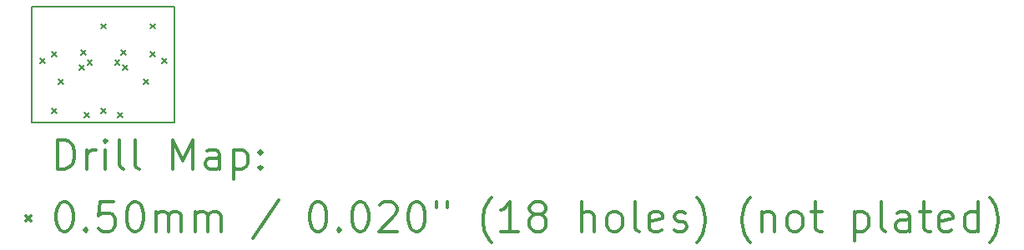
<source format=gbr>
%FSLAX45Y45*%
G04 Gerber Fmt 4.5, Leading zero omitted, Abs format (unit mm)*
G04 Created by KiCad (PCBNEW 4.0.7) date Tuesday, July 31, 2018 'AMt' 11:32:45 AM*
%MOMM*%
%LPD*%
G01*
G04 APERTURE LIST*
%ADD10C,0.127000*%
%ADD11C,0.150000*%
%ADD12C,0.200000*%
%ADD13C,0.300000*%
G04 APERTURE END LIST*
D10*
D11*
X17120000Y-8700000D02*
X15670000Y-8700000D01*
X15670000Y-7520000D02*
X17120000Y-7520000D01*
X15670000Y-8700000D02*
X15670000Y-7520000D01*
X17120000Y-7520000D02*
X17120000Y-8700000D01*
D12*
X15755000Y-8045000D02*
X15805000Y-8095000D01*
X15805000Y-8045000D02*
X15755000Y-8095000D01*
X15875000Y-7975000D02*
X15925000Y-8025000D01*
X15925000Y-7975000D02*
X15875000Y-8025000D01*
X15875000Y-8555000D02*
X15925000Y-8605000D01*
X15925000Y-8555000D02*
X15875000Y-8605000D01*
X15945000Y-8255000D02*
X15995000Y-8305000D01*
X15995000Y-8255000D02*
X15945000Y-8305000D01*
X16155000Y-8115000D02*
X16205000Y-8165000D01*
X16205000Y-8115000D02*
X16155000Y-8165000D01*
X16175000Y-7965000D02*
X16225000Y-8015000D01*
X16225000Y-7965000D02*
X16175000Y-8015000D01*
X16205000Y-8595000D02*
X16255000Y-8645000D01*
X16255000Y-8595000D02*
X16205000Y-8645000D01*
X16235000Y-8065000D02*
X16285000Y-8115000D01*
X16285000Y-8065000D02*
X16235000Y-8115000D01*
X16375000Y-7695000D02*
X16425000Y-7745000D01*
X16425000Y-7695000D02*
X16375000Y-7745000D01*
X16375000Y-8555000D02*
X16425000Y-8605000D01*
X16425000Y-8555000D02*
X16375000Y-8605000D01*
X16515000Y-8065000D02*
X16565000Y-8115000D01*
X16565000Y-8065000D02*
X16515000Y-8115000D01*
X16545000Y-8595000D02*
X16595000Y-8645000D01*
X16595000Y-8595000D02*
X16545000Y-8645000D01*
X16575000Y-7965000D02*
X16625000Y-8015000D01*
X16625000Y-7965000D02*
X16575000Y-8015000D01*
X16595000Y-8115000D02*
X16645000Y-8165000D01*
X16645000Y-8115000D02*
X16595000Y-8165000D01*
X16805000Y-8255000D02*
X16855000Y-8305000D01*
X16855000Y-8255000D02*
X16805000Y-8305000D01*
X16875000Y-7695000D02*
X16925000Y-7745000D01*
X16925000Y-7695000D02*
X16875000Y-7745000D01*
X16875000Y-7975000D02*
X16925000Y-8025000D01*
X16925000Y-7975000D02*
X16875000Y-8025000D01*
X16995000Y-8045000D02*
X17045000Y-8095000D01*
X17045000Y-8045000D02*
X16995000Y-8095000D01*
D13*
X15933928Y-9173214D02*
X15933928Y-8873214D01*
X16005357Y-8873214D01*
X16048214Y-8887500D01*
X16076786Y-8916072D01*
X16091071Y-8944643D01*
X16105357Y-9001786D01*
X16105357Y-9044643D01*
X16091071Y-9101786D01*
X16076786Y-9130357D01*
X16048214Y-9158929D01*
X16005357Y-9173214D01*
X15933928Y-9173214D01*
X16233928Y-9173214D02*
X16233928Y-8973214D01*
X16233928Y-9030357D02*
X16248214Y-9001786D01*
X16262500Y-8987500D01*
X16291071Y-8973214D01*
X16319643Y-8973214D01*
X16419643Y-9173214D02*
X16419643Y-8973214D01*
X16419643Y-8873214D02*
X16405357Y-8887500D01*
X16419643Y-8901786D01*
X16433928Y-8887500D01*
X16419643Y-8873214D01*
X16419643Y-8901786D01*
X16605357Y-9173214D02*
X16576786Y-9158929D01*
X16562500Y-9130357D01*
X16562500Y-8873214D01*
X16762500Y-9173214D02*
X16733928Y-9158929D01*
X16719643Y-9130357D01*
X16719643Y-8873214D01*
X17105357Y-9173214D02*
X17105357Y-8873214D01*
X17205357Y-9087500D01*
X17305357Y-8873214D01*
X17305357Y-9173214D01*
X17576786Y-9173214D02*
X17576786Y-9016072D01*
X17562500Y-8987500D01*
X17533929Y-8973214D01*
X17476786Y-8973214D01*
X17448214Y-8987500D01*
X17576786Y-9158929D02*
X17548214Y-9173214D01*
X17476786Y-9173214D01*
X17448214Y-9158929D01*
X17433929Y-9130357D01*
X17433929Y-9101786D01*
X17448214Y-9073214D01*
X17476786Y-9058929D01*
X17548214Y-9058929D01*
X17576786Y-9044643D01*
X17719643Y-8973214D02*
X17719643Y-9273214D01*
X17719643Y-8987500D02*
X17748214Y-8973214D01*
X17805357Y-8973214D01*
X17833929Y-8987500D01*
X17848214Y-9001786D01*
X17862500Y-9030357D01*
X17862500Y-9116072D01*
X17848214Y-9144643D01*
X17833929Y-9158929D01*
X17805357Y-9173214D01*
X17748214Y-9173214D01*
X17719643Y-9158929D01*
X17991071Y-9144643D02*
X18005357Y-9158929D01*
X17991071Y-9173214D01*
X17976786Y-9158929D01*
X17991071Y-9144643D01*
X17991071Y-9173214D01*
X17991071Y-8987500D02*
X18005357Y-9001786D01*
X17991071Y-9016072D01*
X17976786Y-9001786D01*
X17991071Y-8987500D01*
X17991071Y-9016072D01*
X15612500Y-9642500D02*
X15662500Y-9692500D01*
X15662500Y-9642500D02*
X15612500Y-9692500D01*
X15991071Y-9503214D02*
X16019643Y-9503214D01*
X16048214Y-9517500D01*
X16062500Y-9531786D01*
X16076786Y-9560357D01*
X16091071Y-9617500D01*
X16091071Y-9688929D01*
X16076786Y-9746072D01*
X16062500Y-9774643D01*
X16048214Y-9788929D01*
X16019643Y-9803214D01*
X15991071Y-9803214D01*
X15962500Y-9788929D01*
X15948214Y-9774643D01*
X15933928Y-9746072D01*
X15919643Y-9688929D01*
X15919643Y-9617500D01*
X15933928Y-9560357D01*
X15948214Y-9531786D01*
X15962500Y-9517500D01*
X15991071Y-9503214D01*
X16219643Y-9774643D02*
X16233928Y-9788929D01*
X16219643Y-9803214D01*
X16205357Y-9788929D01*
X16219643Y-9774643D01*
X16219643Y-9803214D01*
X16505357Y-9503214D02*
X16362500Y-9503214D01*
X16348214Y-9646072D01*
X16362500Y-9631786D01*
X16391071Y-9617500D01*
X16462500Y-9617500D01*
X16491071Y-9631786D01*
X16505357Y-9646072D01*
X16519643Y-9674643D01*
X16519643Y-9746072D01*
X16505357Y-9774643D01*
X16491071Y-9788929D01*
X16462500Y-9803214D01*
X16391071Y-9803214D01*
X16362500Y-9788929D01*
X16348214Y-9774643D01*
X16705357Y-9503214D02*
X16733928Y-9503214D01*
X16762500Y-9517500D01*
X16776786Y-9531786D01*
X16791071Y-9560357D01*
X16805357Y-9617500D01*
X16805357Y-9688929D01*
X16791071Y-9746072D01*
X16776786Y-9774643D01*
X16762500Y-9788929D01*
X16733928Y-9803214D01*
X16705357Y-9803214D01*
X16676786Y-9788929D01*
X16662500Y-9774643D01*
X16648214Y-9746072D01*
X16633928Y-9688929D01*
X16633928Y-9617500D01*
X16648214Y-9560357D01*
X16662500Y-9531786D01*
X16676786Y-9517500D01*
X16705357Y-9503214D01*
X16933929Y-9803214D02*
X16933929Y-9603214D01*
X16933929Y-9631786D02*
X16948214Y-9617500D01*
X16976786Y-9603214D01*
X17019643Y-9603214D01*
X17048214Y-9617500D01*
X17062500Y-9646072D01*
X17062500Y-9803214D01*
X17062500Y-9646072D02*
X17076786Y-9617500D01*
X17105357Y-9603214D01*
X17148214Y-9603214D01*
X17176786Y-9617500D01*
X17191071Y-9646072D01*
X17191071Y-9803214D01*
X17333929Y-9803214D02*
X17333929Y-9603214D01*
X17333929Y-9631786D02*
X17348214Y-9617500D01*
X17376786Y-9603214D01*
X17419643Y-9603214D01*
X17448214Y-9617500D01*
X17462500Y-9646072D01*
X17462500Y-9803214D01*
X17462500Y-9646072D02*
X17476786Y-9617500D01*
X17505357Y-9603214D01*
X17548214Y-9603214D01*
X17576786Y-9617500D01*
X17591071Y-9646072D01*
X17591071Y-9803214D01*
X18176786Y-9488929D02*
X17919643Y-9874643D01*
X18562500Y-9503214D02*
X18591071Y-9503214D01*
X18619643Y-9517500D01*
X18633928Y-9531786D01*
X18648214Y-9560357D01*
X18662500Y-9617500D01*
X18662500Y-9688929D01*
X18648214Y-9746072D01*
X18633928Y-9774643D01*
X18619643Y-9788929D01*
X18591071Y-9803214D01*
X18562500Y-9803214D01*
X18533928Y-9788929D01*
X18519643Y-9774643D01*
X18505357Y-9746072D01*
X18491071Y-9688929D01*
X18491071Y-9617500D01*
X18505357Y-9560357D01*
X18519643Y-9531786D01*
X18533928Y-9517500D01*
X18562500Y-9503214D01*
X18791071Y-9774643D02*
X18805357Y-9788929D01*
X18791071Y-9803214D01*
X18776786Y-9788929D01*
X18791071Y-9774643D01*
X18791071Y-9803214D01*
X18991071Y-9503214D02*
X19019643Y-9503214D01*
X19048214Y-9517500D01*
X19062500Y-9531786D01*
X19076786Y-9560357D01*
X19091071Y-9617500D01*
X19091071Y-9688929D01*
X19076786Y-9746072D01*
X19062500Y-9774643D01*
X19048214Y-9788929D01*
X19019643Y-9803214D01*
X18991071Y-9803214D01*
X18962500Y-9788929D01*
X18948214Y-9774643D01*
X18933928Y-9746072D01*
X18919643Y-9688929D01*
X18919643Y-9617500D01*
X18933928Y-9560357D01*
X18948214Y-9531786D01*
X18962500Y-9517500D01*
X18991071Y-9503214D01*
X19205357Y-9531786D02*
X19219643Y-9517500D01*
X19248214Y-9503214D01*
X19319643Y-9503214D01*
X19348214Y-9517500D01*
X19362500Y-9531786D01*
X19376786Y-9560357D01*
X19376786Y-9588929D01*
X19362500Y-9631786D01*
X19191071Y-9803214D01*
X19376786Y-9803214D01*
X19562500Y-9503214D02*
X19591071Y-9503214D01*
X19619643Y-9517500D01*
X19633928Y-9531786D01*
X19648214Y-9560357D01*
X19662500Y-9617500D01*
X19662500Y-9688929D01*
X19648214Y-9746072D01*
X19633928Y-9774643D01*
X19619643Y-9788929D01*
X19591071Y-9803214D01*
X19562500Y-9803214D01*
X19533928Y-9788929D01*
X19519643Y-9774643D01*
X19505357Y-9746072D01*
X19491071Y-9688929D01*
X19491071Y-9617500D01*
X19505357Y-9560357D01*
X19519643Y-9531786D01*
X19533928Y-9517500D01*
X19562500Y-9503214D01*
X19776786Y-9503214D02*
X19776786Y-9560357D01*
X19891071Y-9503214D02*
X19891071Y-9560357D01*
X20333928Y-9917500D02*
X20319643Y-9903214D01*
X20291071Y-9860357D01*
X20276786Y-9831786D01*
X20262500Y-9788929D01*
X20248214Y-9717500D01*
X20248214Y-9660357D01*
X20262500Y-9588929D01*
X20276786Y-9546072D01*
X20291071Y-9517500D01*
X20319643Y-9474643D01*
X20333928Y-9460357D01*
X20605357Y-9803214D02*
X20433928Y-9803214D01*
X20519643Y-9803214D02*
X20519643Y-9503214D01*
X20491071Y-9546072D01*
X20462500Y-9574643D01*
X20433928Y-9588929D01*
X20776786Y-9631786D02*
X20748214Y-9617500D01*
X20733928Y-9603214D01*
X20719643Y-9574643D01*
X20719643Y-9560357D01*
X20733928Y-9531786D01*
X20748214Y-9517500D01*
X20776786Y-9503214D01*
X20833928Y-9503214D01*
X20862500Y-9517500D01*
X20876786Y-9531786D01*
X20891071Y-9560357D01*
X20891071Y-9574643D01*
X20876786Y-9603214D01*
X20862500Y-9617500D01*
X20833928Y-9631786D01*
X20776786Y-9631786D01*
X20748214Y-9646072D01*
X20733928Y-9660357D01*
X20719643Y-9688929D01*
X20719643Y-9746072D01*
X20733928Y-9774643D01*
X20748214Y-9788929D01*
X20776786Y-9803214D01*
X20833928Y-9803214D01*
X20862500Y-9788929D01*
X20876786Y-9774643D01*
X20891071Y-9746072D01*
X20891071Y-9688929D01*
X20876786Y-9660357D01*
X20862500Y-9646072D01*
X20833928Y-9631786D01*
X21248214Y-9803214D02*
X21248214Y-9503214D01*
X21376786Y-9803214D02*
X21376786Y-9646072D01*
X21362500Y-9617500D01*
X21333928Y-9603214D01*
X21291071Y-9603214D01*
X21262500Y-9617500D01*
X21248214Y-9631786D01*
X21562500Y-9803214D02*
X21533928Y-9788929D01*
X21519643Y-9774643D01*
X21505357Y-9746072D01*
X21505357Y-9660357D01*
X21519643Y-9631786D01*
X21533928Y-9617500D01*
X21562500Y-9603214D01*
X21605357Y-9603214D01*
X21633928Y-9617500D01*
X21648214Y-9631786D01*
X21662500Y-9660357D01*
X21662500Y-9746072D01*
X21648214Y-9774643D01*
X21633928Y-9788929D01*
X21605357Y-9803214D01*
X21562500Y-9803214D01*
X21833928Y-9803214D02*
X21805357Y-9788929D01*
X21791071Y-9760357D01*
X21791071Y-9503214D01*
X22062500Y-9788929D02*
X22033929Y-9803214D01*
X21976786Y-9803214D01*
X21948214Y-9788929D01*
X21933929Y-9760357D01*
X21933929Y-9646072D01*
X21948214Y-9617500D01*
X21976786Y-9603214D01*
X22033929Y-9603214D01*
X22062500Y-9617500D01*
X22076786Y-9646072D01*
X22076786Y-9674643D01*
X21933929Y-9703214D01*
X22191071Y-9788929D02*
X22219643Y-9803214D01*
X22276786Y-9803214D01*
X22305357Y-9788929D01*
X22319643Y-9760357D01*
X22319643Y-9746072D01*
X22305357Y-9717500D01*
X22276786Y-9703214D01*
X22233929Y-9703214D01*
X22205357Y-9688929D01*
X22191071Y-9660357D01*
X22191071Y-9646072D01*
X22205357Y-9617500D01*
X22233929Y-9603214D01*
X22276786Y-9603214D01*
X22305357Y-9617500D01*
X22419643Y-9917500D02*
X22433928Y-9903214D01*
X22462500Y-9860357D01*
X22476786Y-9831786D01*
X22491071Y-9788929D01*
X22505357Y-9717500D01*
X22505357Y-9660357D01*
X22491071Y-9588929D01*
X22476786Y-9546072D01*
X22462500Y-9517500D01*
X22433928Y-9474643D01*
X22419643Y-9460357D01*
X22962500Y-9917500D02*
X22948214Y-9903214D01*
X22919643Y-9860357D01*
X22905357Y-9831786D01*
X22891071Y-9788929D01*
X22876786Y-9717500D01*
X22876786Y-9660357D01*
X22891071Y-9588929D01*
X22905357Y-9546072D01*
X22919643Y-9517500D01*
X22948214Y-9474643D01*
X22962500Y-9460357D01*
X23076786Y-9603214D02*
X23076786Y-9803214D01*
X23076786Y-9631786D02*
X23091071Y-9617500D01*
X23119643Y-9603214D01*
X23162500Y-9603214D01*
X23191071Y-9617500D01*
X23205357Y-9646072D01*
X23205357Y-9803214D01*
X23391071Y-9803214D02*
X23362500Y-9788929D01*
X23348214Y-9774643D01*
X23333928Y-9746072D01*
X23333928Y-9660357D01*
X23348214Y-9631786D01*
X23362500Y-9617500D01*
X23391071Y-9603214D01*
X23433928Y-9603214D01*
X23462500Y-9617500D01*
X23476786Y-9631786D01*
X23491071Y-9660357D01*
X23491071Y-9746072D01*
X23476786Y-9774643D01*
X23462500Y-9788929D01*
X23433928Y-9803214D01*
X23391071Y-9803214D01*
X23576786Y-9603214D02*
X23691071Y-9603214D01*
X23619643Y-9503214D02*
X23619643Y-9760357D01*
X23633928Y-9788929D01*
X23662500Y-9803214D01*
X23691071Y-9803214D01*
X24019643Y-9603214D02*
X24019643Y-9903214D01*
X24019643Y-9617500D02*
X24048214Y-9603214D01*
X24105357Y-9603214D01*
X24133928Y-9617500D01*
X24148214Y-9631786D01*
X24162500Y-9660357D01*
X24162500Y-9746072D01*
X24148214Y-9774643D01*
X24133928Y-9788929D01*
X24105357Y-9803214D01*
X24048214Y-9803214D01*
X24019643Y-9788929D01*
X24333928Y-9803214D02*
X24305357Y-9788929D01*
X24291071Y-9760357D01*
X24291071Y-9503214D01*
X24576786Y-9803214D02*
X24576786Y-9646072D01*
X24562500Y-9617500D01*
X24533929Y-9603214D01*
X24476786Y-9603214D01*
X24448214Y-9617500D01*
X24576786Y-9788929D02*
X24548214Y-9803214D01*
X24476786Y-9803214D01*
X24448214Y-9788929D01*
X24433929Y-9760357D01*
X24433929Y-9731786D01*
X24448214Y-9703214D01*
X24476786Y-9688929D01*
X24548214Y-9688929D01*
X24576786Y-9674643D01*
X24676786Y-9603214D02*
X24791071Y-9603214D01*
X24719643Y-9503214D02*
X24719643Y-9760357D01*
X24733929Y-9788929D01*
X24762500Y-9803214D01*
X24791071Y-9803214D01*
X25005357Y-9788929D02*
X24976786Y-9803214D01*
X24919643Y-9803214D01*
X24891071Y-9788929D01*
X24876786Y-9760357D01*
X24876786Y-9646072D01*
X24891071Y-9617500D01*
X24919643Y-9603214D01*
X24976786Y-9603214D01*
X25005357Y-9617500D01*
X25019643Y-9646072D01*
X25019643Y-9674643D01*
X24876786Y-9703214D01*
X25276786Y-9803214D02*
X25276786Y-9503214D01*
X25276786Y-9788929D02*
X25248214Y-9803214D01*
X25191071Y-9803214D01*
X25162500Y-9788929D01*
X25148214Y-9774643D01*
X25133929Y-9746072D01*
X25133929Y-9660357D01*
X25148214Y-9631786D01*
X25162500Y-9617500D01*
X25191071Y-9603214D01*
X25248214Y-9603214D01*
X25276786Y-9617500D01*
X25391071Y-9917500D02*
X25405357Y-9903214D01*
X25433929Y-9860357D01*
X25448214Y-9831786D01*
X25462500Y-9788929D01*
X25476786Y-9717500D01*
X25476786Y-9660357D01*
X25462500Y-9588929D01*
X25448214Y-9546072D01*
X25433929Y-9517500D01*
X25405357Y-9474643D01*
X25391071Y-9460357D01*
M02*

</source>
